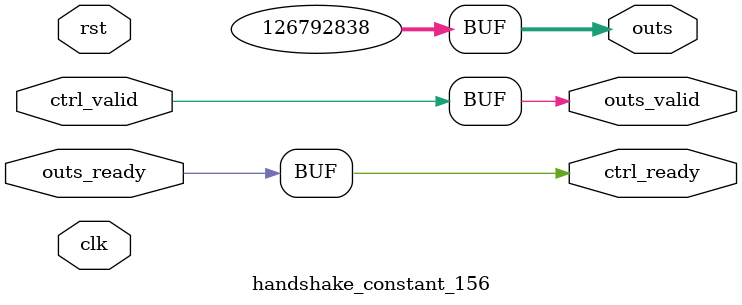
<source format=v>
`timescale 1ns / 1ps
module handshake_constant_156 #(
  parameter DATA_WIDTH = 32  // Default set to 32 bits
) (
  input                       clk,
  input                       rst,
  // Input Channel
  input                       ctrl_valid,
  output                      ctrl_ready,
  // Output Channel
  output [DATA_WIDTH - 1 : 0] outs,
  output                      outs_valid,
  input                       outs_ready
);
  assign outs       = 27'b111100011101011010010000110;
  assign outs_valid = ctrl_valid;
  assign ctrl_ready = outs_ready;

endmodule

</source>
